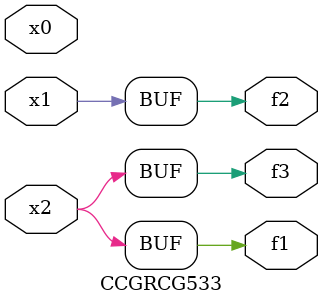
<source format=v>
module CCGRCG533(
	input x0, x1, x2,
	output f1, f2, f3
);
	assign f1 = x2;
	assign f2 = x1;
	assign f3 = x2;
endmodule

</source>
